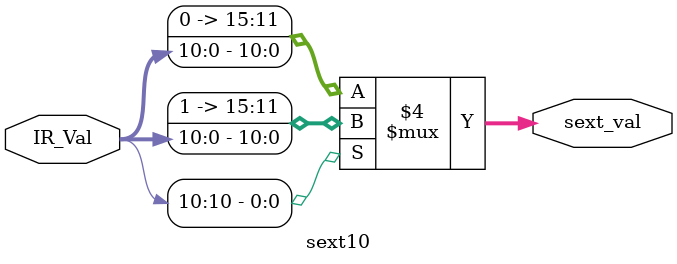
<source format=sv>




module sext4(input logic [4:0] IR_Val,
				output logic [15:0] sext_val);
				always_comb
					if(IR_Val[4] == 1'b1)
						begin
							sext_val = {11'b11111111111, IR_Val};
						end
					else
						begin
							sext_val = {11'b0, IR_Val};
						end
				
					
endmodule

module sext5(input logic [5:0] IR_Val,
				output logic [15:0] sext_val);
				always_comb
					if(IR_Val[5] == 1'b1)
						begin
							sext_val = {10'b1111111111, IR_Val};
						end
					else
						begin
							sext_val = {10'b0, IR_Val};
						end
endmodule

module sext8(input logic [8:0] IR_Val,
				output logic [15:0] sext_val);
				always_comb
					if(IR_Val[8] == 1'b1)
						begin
							sext_val = {7'b1111111, IR_Val};
						end
					else
						begin
							sext_val = {7'b0, IR_Val};
						end
endmodule

module sext10(input logic [10:0] IR_Val,
				output logic [15:0] sext_val);
				always_comb
					if(IR_Val[10] == 1'b1)
						begin
							sext_val = {5'b11111, IR_Val};
						end
					else
						begin
							sext_val = {5'b0, IR_Val};
						end
endmodule

</source>
